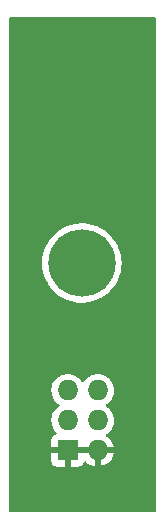
<source format=gbl>
G04 #@! TF.GenerationSoftware,KiCad,Pcbnew,6.0.0-d3dd2cf0fa~116~ubuntu21.10.1*
G04 #@! TF.CreationDate,2022-02-12T15:33:20+00:00*
G04 #@! TF.ProjectId,feederFloor,66656564-6572-4466-9c6f-6f722e6b6963,rev?*
G04 #@! TF.SameCoordinates,Original*
G04 #@! TF.FileFunction,Copper,L2,Bot*
G04 #@! TF.FilePolarity,Positive*
%FSLAX46Y46*%
G04 Gerber Fmt 4.6, Leading zero omitted, Abs format (unit mm)*
G04 Created by KiCad (PCBNEW 6.0.0-d3dd2cf0fa~116~ubuntu21.10.1) date 2022-02-12 15:33:20*
%MOMM*%
%LPD*%
G01*
G04 APERTURE LIST*
G04 #@! TA.AperFunction,ComponentPad*
%ADD10C,5.700000*%
G04 #@! TD*
G04 #@! TA.AperFunction,ComponentPad*
%ADD11R,1.727200X1.727200*%
G04 #@! TD*
G04 #@! TA.AperFunction,ComponentPad*
%ADD12O,1.727200X1.727200*%
G04 #@! TD*
G04 #@! TA.AperFunction,ViaPad*
%ADD13C,0.800000*%
G04 #@! TD*
G04 APERTURE END LIST*
D10*
X191700000Y-41350000D03*
D11*
X190500000Y-57200000D03*
D12*
X193040000Y-57200000D03*
X190500000Y-54660000D03*
X193040000Y-54660000D03*
X190500000Y-52120000D03*
X193040000Y-52120000D03*
D13*
X195020000Y-49560000D03*
X187230000Y-33560000D03*
X186580000Y-24180000D03*
X196510000Y-33560000D03*
G04 #@! TA.AperFunction,Conductor*
G36*
X197934121Y-20528002D02*
G01*
X197980614Y-20581658D01*
X197992000Y-20634000D01*
X197992000Y-62266000D01*
X197971998Y-62334121D01*
X197918342Y-62380614D01*
X197866000Y-62392000D01*
X185634000Y-62392000D01*
X185565879Y-62371998D01*
X185519386Y-62318342D01*
X185508000Y-62266000D01*
X185508000Y-58108269D01*
X189128401Y-58108269D01*
X189128771Y-58115090D01*
X189134295Y-58165952D01*
X189137921Y-58181204D01*
X189183076Y-58301654D01*
X189191614Y-58317249D01*
X189268115Y-58419324D01*
X189280676Y-58431885D01*
X189382751Y-58508386D01*
X189398346Y-58516924D01*
X189518794Y-58562078D01*
X189534049Y-58565705D01*
X189584914Y-58571231D01*
X189591728Y-58571600D01*
X190227885Y-58571600D01*
X190243124Y-58567125D01*
X190244329Y-58565735D01*
X190246000Y-58558052D01*
X190246000Y-58553484D01*
X190754000Y-58553484D01*
X190758475Y-58568723D01*
X190759865Y-58569928D01*
X190767548Y-58571599D01*
X191408269Y-58571599D01*
X191415090Y-58571229D01*
X191465952Y-58565705D01*
X191481204Y-58562079D01*
X191601654Y-58516924D01*
X191617249Y-58508386D01*
X191719324Y-58431885D01*
X191731885Y-58419324D01*
X191808386Y-58317249D01*
X191816924Y-58301654D01*
X191852041Y-58207981D01*
X191894683Y-58151217D01*
X191961245Y-58126517D01*
X192030593Y-58141725D01*
X192065263Y-58169716D01*
X192073674Y-58179427D01*
X192081032Y-58186633D01*
X192246606Y-58324095D01*
X192255053Y-58330010D01*
X192440859Y-58438586D01*
X192450146Y-58443036D01*
X192651198Y-58519810D01*
X192661091Y-58522684D01*
X192768248Y-58544485D01*
X192782300Y-58543290D01*
X192786000Y-58532945D01*
X192786000Y-58532229D01*
X193294000Y-58532229D01*
X193298064Y-58546071D01*
X193311479Y-58548105D01*
X193321025Y-58546882D01*
X193331095Y-58544742D01*
X193537225Y-58482900D01*
X193546832Y-58479134D01*
X193740076Y-58384464D01*
X193748934Y-58379185D01*
X193924141Y-58254211D01*
X193932003Y-58247567D01*
X194084445Y-58095656D01*
X194091122Y-58087811D01*
X194216702Y-57913047D01*
X194222013Y-57904208D01*
X194317358Y-57711292D01*
X194321156Y-57701699D01*
X194383716Y-57495791D01*
X194385893Y-57485721D01*
X194387705Y-57471960D01*
X194385493Y-57457778D01*
X194372336Y-57454000D01*
X193312115Y-57454000D01*
X193296876Y-57458475D01*
X193295671Y-57459865D01*
X193294000Y-57467548D01*
X193294000Y-58532229D01*
X192786000Y-58532229D01*
X192786000Y-57472115D01*
X192781525Y-57456876D01*
X192780135Y-57455671D01*
X192772452Y-57454000D01*
X190772115Y-57454000D01*
X190756876Y-57458475D01*
X190755671Y-57459865D01*
X190754000Y-57467548D01*
X190754000Y-58553484D01*
X190246000Y-58553484D01*
X190246000Y-57472115D01*
X190241525Y-57456876D01*
X190240135Y-57455671D01*
X190232452Y-57454000D01*
X189146516Y-57454000D01*
X189131277Y-57458475D01*
X189130072Y-57459865D01*
X189128401Y-57467548D01*
X189128401Y-58108269D01*
X185508000Y-58108269D01*
X185508000Y-54626372D01*
X189124010Y-54626372D01*
X189124307Y-54631524D01*
X189124307Y-54631528D01*
X189129826Y-54727237D01*
X189136994Y-54851558D01*
X189138131Y-54856604D01*
X189138132Y-54856610D01*
X189159375Y-54950868D01*
X189186583Y-55071600D01*
X189188525Y-55076382D01*
X189188526Y-55076386D01*
X189227078Y-55171328D01*
X189271444Y-55280588D01*
X189389299Y-55472910D01*
X189534864Y-55640954D01*
X189534864Y-55640955D01*
X189536983Y-55643401D01*
X189536478Y-55643838D01*
X189569265Y-55702418D01*
X189564941Y-55773282D01*
X189522991Y-55830560D01*
X189490660Y-55848469D01*
X189398348Y-55883075D01*
X189382751Y-55891614D01*
X189280676Y-55968115D01*
X189268115Y-55980676D01*
X189191614Y-56082751D01*
X189183076Y-56098346D01*
X189137922Y-56218794D01*
X189134295Y-56234049D01*
X189128769Y-56284914D01*
X189128400Y-56291728D01*
X189128400Y-56927885D01*
X189132875Y-56943124D01*
X189134265Y-56944329D01*
X189141948Y-56946000D01*
X194372367Y-56946000D01*
X194385898Y-56942027D01*
X194387203Y-56932947D01*
X194344133Y-56761477D01*
X194340813Y-56751726D01*
X194254999Y-56554365D01*
X194250133Y-56545290D01*
X194133239Y-56364601D01*
X194126947Y-56356430D01*
X193982113Y-56197260D01*
X193974580Y-56190234D01*
X193805691Y-56056855D01*
X193797108Y-56051153D01*
X193777695Y-56040436D01*
X193727724Y-55990003D01*
X193712952Y-55920560D01*
X193738068Y-55854155D01*
X193765420Y-55827548D01*
X193826224Y-55784177D01*
X193928409Y-55711290D01*
X194088182Y-55552073D01*
X194219806Y-55368899D01*
X194319745Y-55166687D01*
X194385316Y-54950868D01*
X194414758Y-54727237D01*
X194416401Y-54660000D01*
X194397919Y-54435198D01*
X194342969Y-54216433D01*
X194253027Y-54009581D01*
X194130508Y-53820196D01*
X194110380Y-53798075D01*
X194082237Y-53767147D01*
X193978703Y-53653364D01*
X193914961Y-53603023D01*
X193805744Y-53516768D01*
X193805740Y-53516766D01*
X193801689Y-53513566D01*
X193777786Y-53500371D01*
X193727815Y-53449938D01*
X193713043Y-53380496D01*
X193738159Y-53314090D01*
X193765511Y-53287483D01*
X193817936Y-53250089D01*
X193928409Y-53171290D01*
X194088182Y-53012073D01*
X194219806Y-52828899D01*
X194319745Y-52626687D01*
X194385316Y-52410868D01*
X194414758Y-52187237D01*
X194416401Y-52120000D01*
X194397919Y-51895198D01*
X194342969Y-51676433D01*
X194253027Y-51469581D01*
X194130508Y-51280196D01*
X194110380Y-51258075D01*
X194082237Y-51227147D01*
X193978703Y-51113364D01*
X193914961Y-51063023D01*
X193805744Y-50976768D01*
X193805740Y-50976766D01*
X193801689Y-50973566D01*
X193764271Y-50952910D01*
X193747801Y-50943818D01*
X193604218Y-50864557D01*
X193599349Y-50862833D01*
X193599345Y-50862831D01*
X193396471Y-50790989D01*
X193396467Y-50790988D01*
X193391596Y-50789263D01*
X193386506Y-50788356D01*
X193386501Y-50788355D01*
X193266289Y-50766943D01*
X193169531Y-50749708D01*
X193085480Y-50748681D01*
X192949157Y-50747015D01*
X192949155Y-50747015D01*
X192943987Y-50746952D01*
X192816015Y-50766534D01*
X192726131Y-50780288D01*
X192726128Y-50780289D01*
X192721022Y-50781070D01*
X192716110Y-50782675D01*
X192716112Y-50782675D01*
X192511536Y-50849541D01*
X192511534Y-50849542D01*
X192506623Y-50851147D01*
X192306549Y-50955299D01*
X192302416Y-50958402D01*
X192302413Y-50958404D01*
X192130306Y-51087625D01*
X192126171Y-51090730D01*
X191970336Y-51253803D01*
X191967422Y-51258075D01*
X191967418Y-51258080D01*
X191873495Y-51395765D01*
X191818584Y-51440768D01*
X191748059Y-51448939D01*
X191684312Y-51417685D01*
X191663615Y-51393202D01*
X191593315Y-51284535D01*
X191590508Y-51280196D01*
X191570380Y-51258075D01*
X191542237Y-51227147D01*
X191438703Y-51113364D01*
X191374961Y-51063023D01*
X191265744Y-50976768D01*
X191265740Y-50976766D01*
X191261689Y-50973566D01*
X191224271Y-50952910D01*
X191207801Y-50943818D01*
X191064218Y-50864557D01*
X191059349Y-50862833D01*
X191059345Y-50862831D01*
X190856471Y-50790989D01*
X190856467Y-50790988D01*
X190851596Y-50789263D01*
X190846506Y-50788356D01*
X190846501Y-50788355D01*
X190726289Y-50766943D01*
X190629531Y-50749708D01*
X190545480Y-50748681D01*
X190409157Y-50747015D01*
X190409155Y-50747015D01*
X190403987Y-50746952D01*
X190276015Y-50766534D01*
X190186131Y-50780288D01*
X190186128Y-50780289D01*
X190181022Y-50781070D01*
X190176110Y-50782675D01*
X190176112Y-50782675D01*
X189971536Y-50849541D01*
X189971534Y-50849542D01*
X189966623Y-50851147D01*
X189766549Y-50955299D01*
X189762416Y-50958402D01*
X189762413Y-50958404D01*
X189590306Y-51087625D01*
X189586171Y-51090730D01*
X189430336Y-51253803D01*
X189303226Y-51440138D01*
X189208257Y-51644731D01*
X189206875Y-51649713D01*
X189206875Y-51649714D01*
X189199465Y-51676433D01*
X189147979Y-51862088D01*
X189124010Y-52086372D01*
X189124307Y-52091524D01*
X189124307Y-52091528D01*
X189129826Y-52187237D01*
X189136994Y-52311558D01*
X189138131Y-52316604D01*
X189138132Y-52316610D01*
X189159375Y-52410868D01*
X189186583Y-52531600D01*
X189188525Y-52536382D01*
X189188526Y-52536386D01*
X189227078Y-52631328D01*
X189271444Y-52740588D01*
X189389299Y-52932910D01*
X189536983Y-53103401D01*
X189710529Y-53247482D01*
X189764841Y-53279219D01*
X189813563Y-53330855D01*
X189826635Y-53400638D01*
X189799904Y-53466410D01*
X189769205Y-53493916D01*
X189766549Y-53495299D01*
X189762413Y-53498404D01*
X189762412Y-53498405D01*
X189742220Y-53513566D01*
X189586171Y-53630730D01*
X189430336Y-53793803D01*
X189303226Y-53980138D01*
X189208257Y-54184731D01*
X189206875Y-54189713D01*
X189206875Y-54189714D01*
X189199465Y-54216433D01*
X189147979Y-54402088D01*
X189124010Y-54626372D01*
X185508000Y-54626372D01*
X185508000Y-41338261D01*
X188336988Y-41338261D01*
X188355391Y-41701533D01*
X188355928Y-41704888D01*
X188355929Y-41704894D01*
X188361534Y-41739884D01*
X188412919Y-42060692D01*
X188508900Y-42411538D01*
X188642210Y-42749966D01*
X188811290Y-43072017D01*
X188813191Y-43074846D01*
X188813197Y-43074856D01*
X189000415Y-43353463D01*
X189014163Y-43373923D01*
X189248455Y-43652154D01*
X189511425Y-43903454D01*
X189799998Y-44124883D01*
X189802911Y-44126654D01*
X190107882Y-44312080D01*
X190107887Y-44312083D01*
X190110797Y-44313852D01*
X190113885Y-44315298D01*
X190113884Y-44315298D01*
X190437102Y-44466705D01*
X190437112Y-44466709D01*
X190440186Y-44468149D01*
X190443404Y-44469251D01*
X190443407Y-44469252D01*
X190781090Y-44584867D01*
X190781098Y-44584869D01*
X190784313Y-44585970D01*
X190787641Y-44586720D01*
X191135826Y-44665187D01*
X191135832Y-44665188D01*
X191139151Y-44665936D01*
X191142530Y-44666321D01*
X191142536Y-44666322D01*
X191293818Y-44683558D01*
X191500551Y-44707112D01*
X191503956Y-44707130D01*
X191503959Y-44707130D01*
X191699354Y-44708153D01*
X191864283Y-44709017D01*
X191867669Y-44708667D01*
X191867671Y-44708667D01*
X192222702Y-44671978D01*
X192222710Y-44671977D01*
X192226094Y-44671627D01*
X192229427Y-44670912D01*
X192229430Y-44670912D01*
X192404599Y-44633359D01*
X192581751Y-44595381D01*
X192927092Y-44481171D01*
X192930176Y-44479765D01*
X192930185Y-44479762D01*
X193254972Y-44331747D01*
X193254973Y-44331747D01*
X193258079Y-44330331D01*
X193353787Y-44273504D01*
X193567895Y-44146376D01*
X193567900Y-44146373D01*
X193570840Y-44144627D01*
X193861715Y-43926232D01*
X194127303Y-43677700D01*
X194129515Y-43675128D01*
X194129522Y-43675121D01*
X194362269Y-43404526D01*
X194364495Y-43401938D01*
X194472648Y-43244575D01*
X194568589Y-43104981D01*
X194568594Y-43104974D01*
X194570519Y-43102172D01*
X194742962Y-42781909D01*
X194879809Y-42444896D01*
X194979458Y-42095075D01*
X195040744Y-41736537D01*
X195042680Y-41704894D01*
X195062840Y-41375275D01*
X195062950Y-41373478D01*
X195063032Y-41350000D01*
X195043362Y-40986795D01*
X194984580Y-40627838D01*
X194887375Y-40277330D01*
X194884257Y-40269493D01*
X194754144Y-39942533D01*
X194752885Y-39939369D01*
X194582681Y-39617910D01*
X194580776Y-39615096D01*
X194380662Y-39319528D01*
X194380655Y-39319519D01*
X194378756Y-39316714D01*
X194376560Y-39314124D01*
X194376555Y-39314118D01*
X194285367Y-39206593D01*
X194143494Y-39039303D01*
X193879648Y-38788922D01*
X193590304Y-38568502D01*
X193556388Y-38548042D01*
X193281763Y-38382377D01*
X193281757Y-38382374D01*
X193278848Y-38380619D01*
X192948922Y-38227472D01*
X192604386Y-38110853D01*
X192595126Y-38108800D01*
X192252608Y-38032866D01*
X192249270Y-38032126D01*
X192220546Y-38028955D01*
X191891112Y-37992585D01*
X191891105Y-37992585D01*
X191887730Y-37992212D01*
X191884331Y-37992206D01*
X191884330Y-37992206D01*
X191712834Y-37991907D01*
X191523993Y-37991577D01*
X191409141Y-38003851D01*
X191165697Y-38029867D01*
X191165689Y-38029868D01*
X191162314Y-38030229D01*
X191158991Y-38030953D01*
X191158988Y-38030954D01*
X191041931Y-38056477D01*
X190806926Y-38107716D01*
X190461985Y-38223132D01*
X190131527Y-38375126D01*
X190128593Y-38376882D01*
X190128591Y-38376883D01*
X190124747Y-38379184D01*
X189819416Y-38561920D01*
X189816690Y-38563982D01*
X189816688Y-38563983D01*
X189807983Y-38570567D01*
X189529305Y-38781330D01*
X189526820Y-38783672D01*
X189526815Y-38783676D01*
X189282202Y-39014187D01*
X189264587Y-39030787D01*
X189028358Y-39307376D01*
X188823383Y-39607859D01*
X188652058Y-39928721D01*
X188516388Y-40266210D01*
X188417961Y-40616377D01*
X188357927Y-40975126D01*
X188336988Y-41338261D01*
X185508000Y-41338261D01*
X185508000Y-20634000D01*
X185528002Y-20565879D01*
X185581658Y-20519386D01*
X185634000Y-20508000D01*
X197866000Y-20508000D01*
X197934121Y-20528002D01*
G37*
G04 #@! TD.AperFunction*
M02*

</source>
